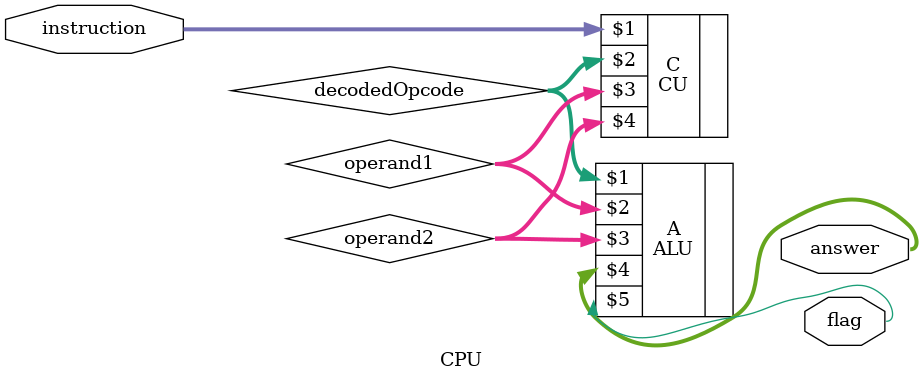
<source format=v>
/*-----------------------------------------
                    CPU
-------------------------------------------
1. Input 
    19-bit instruction
2. Output
    a. 8-bit answer
    b. Flag, denoting nature of the answer

------------------------------------------*/

`include "CU.v"
`include "ALU.v"

module CPU (
    input wire [18:0] instruction,
    output wire [7:0] answer,
    output wire flag
);
    wire [7:0] decodedOpcode;
    wire [7:0] operand1, operand2;

    //CU decodes the instruction and separates the operands
    CU C (instruction, decodedOpcode, operand1, operand2);

    //ALU performs the correct operation using decoded opcode and operands
    ALU A (decodedOpcode, operand1, operand2, answer, flag);

endmodule
</source>
